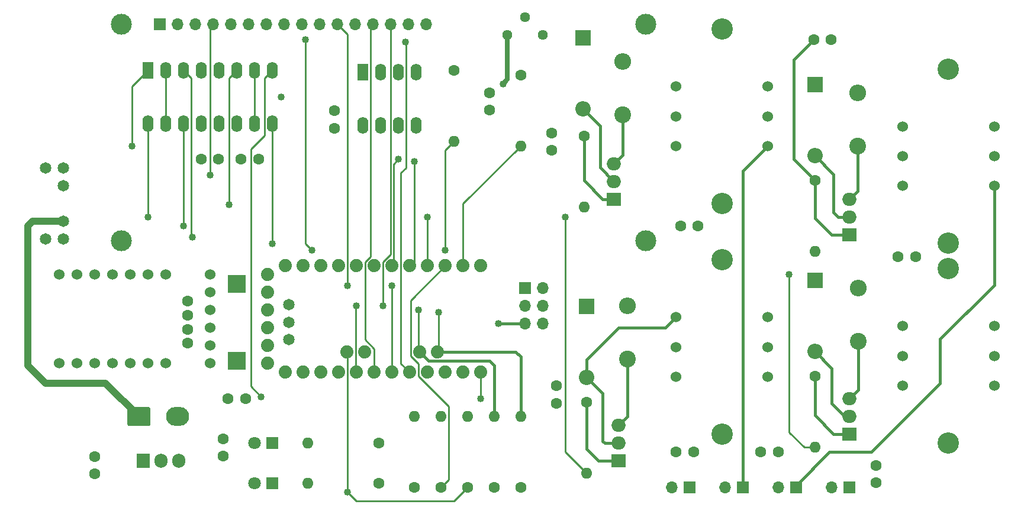
<source format=gbr>
%TF.GenerationSoftware,KiCad,Pcbnew,5.1.10-88a1d61d58~88~ubuntu18.04.1*%
%TF.CreationDate,2021-10-25T10:41:03-04:00*%
%TF.ProjectId,mctens,6d637465-6e73-42e6-9b69-6361645f7063,rev?*%
%TF.SameCoordinates,Original*%
%TF.FileFunction,Copper,L1,Top*%
%TF.FilePolarity,Positive*%
%FSLAX46Y46*%
G04 Gerber Fmt 4.6, Leading zero omitted, Abs format (unit mm)*
G04 Created by KiCad (PCBNEW 5.1.10-88a1d61d58~88~ubuntu18.04.1) date 2021-10-25 10:41:03*
%MOMM*%
%LPD*%
G01*
G04 APERTURE LIST*
%TA.AperFunction,ComponentPad*%
%ADD10C,1.524000*%
%TD*%
%TA.AperFunction,ComponentPad*%
%ADD11C,3.048000*%
%TD*%
%TA.AperFunction,ComponentPad*%
%ADD12C,3.000000*%
%TD*%
%TA.AperFunction,ComponentPad*%
%ADD13R,1.700000X1.700000*%
%TD*%
%TA.AperFunction,ComponentPad*%
%ADD14O,1.700000X1.700000*%
%TD*%
%TA.AperFunction,ComponentPad*%
%ADD15C,1.651000*%
%TD*%
%TA.AperFunction,ComponentPad*%
%ADD16R,2.500000X2.500000*%
%TD*%
%TA.AperFunction,ComponentPad*%
%ADD17C,1.650000*%
%TD*%
%TA.AperFunction,ComponentPad*%
%ADD18C,1.600000*%
%TD*%
%TA.AperFunction,ComponentPad*%
%ADD19C,1.879600*%
%TD*%
%TA.AperFunction,ComponentPad*%
%ADD20O,2.400000X2.400000*%
%TD*%
%TA.AperFunction,ComponentPad*%
%ADD21C,2.400000*%
%TD*%
%TA.AperFunction,ComponentPad*%
%ADD22O,2.200000X2.200000*%
%TD*%
%TA.AperFunction,ComponentPad*%
%ADD23R,2.200000X2.200000*%
%TD*%
%TA.AperFunction,ComponentPad*%
%ADD24R,1.800000X1.800000*%
%TD*%
%TA.AperFunction,ComponentPad*%
%ADD25C,1.800000*%
%TD*%
%TA.AperFunction,ComponentPad*%
%ADD26O,3.300000X2.700000*%
%TD*%
%TA.AperFunction,ComponentPad*%
%ADD27O,2.000000X1.905000*%
%TD*%
%TA.AperFunction,ComponentPad*%
%ADD28R,2.000000X1.905000*%
%TD*%
%TA.AperFunction,ComponentPad*%
%ADD29O,1.600000X1.600000*%
%TD*%
%TA.AperFunction,ComponentPad*%
%ADD30C,1.440000*%
%TD*%
%TA.AperFunction,ComponentPad*%
%ADD31R,1.905000X2.000000*%
%TD*%
%TA.AperFunction,ComponentPad*%
%ADD32O,1.905000X2.000000*%
%TD*%
%TA.AperFunction,ComponentPad*%
%ADD33R,1.600000X2.400000*%
%TD*%
%TA.AperFunction,ComponentPad*%
%ADD34O,1.600000X2.400000*%
%TD*%
%TA.AperFunction,ViaPad*%
%ADD35C,1.016000*%
%TD*%
%TA.AperFunction,Conductor*%
%ADD36C,0.635000*%
%TD*%
%TA.AperFunction,Conductor*%
%ADD37C,0.381000*%
%TD*%
%TA.AperFunction,Conductor*%
%ADD38C,1.016000*%
%TD*%
%TA.AperFunction,Conductor*%
%ADD39C,0.254000*%
%TD*%
G04 APERTURE END LIST*
D10*
%TO.P,T1,1*%
%TO.N,+12V*%
X158750000Y-85725000D03*
%TO.P,T1,2*%
%TO.N,N/C*%
X158750000Y-81470500D03*
%TO.P,T1,3*%
%TO.N,Net-(D1-Pad2)*%
X158750000Y-77216000D03*
%TO.P,T1,4*%
%TO.N,GND*%
X171881800Y-77216000D03*
%TO.P,T1,5*%
%TO.N,N/C*%
X171881800Y-81470500D03*
%TO.P,T1,6*%
%TO.N,Net-(J2-Pad1)*%
X171881800Y-85725000D03*
D11*
%TO.P,T1,7*%
%TO.N,GND*%
X165328600Y-93929200D03*
%TO.P,T1,8*%
X165328600Y-69011800D03*
%TD*%
D10*
%TO.P,T2,1*%
%TO.N,+12V*%
X126365000Y-84455000D03*
%TO.P,T2,2*%
%TO.N,N/C*%
X126365000Y-80200500D03*
%TO.P,T2,3*%
%TO.N,Net-(D2-Pad2)*%
X126365000Y-75946000D03*
%TO.P,T2,4*%
%TO.N,GND*%
X139496800Y-75946000D03*
%TO.P,T2,5*%
%TO.N,N/C*%
X139496800Y-80200500D03*
%TO.P,T2,6*%
%TO.N,Net-(J3-Pad1)*%
X139496800Y-84455000D03*
D11*
%TO.P,T2,7*%
%TO.N,GND*%
X132943600Y-92659200D03*
%TO.P,T2,8*%
X132943600Y-67741800D03*
%TD*%
D10*
%TO.P,T3,1*%
%TO.N,+12V*%
X158750000Y-57150000D03*
%TO.P,T3,2*%
%TO.N,N/C*%
X158750000Y-52895500D03*
%TO.P,T3,3*%
%TO.N,Net-(D3-Pad2)*%
X158750000Y-48641000D03*
%TO.P,T3,4*%
%TO.N,GND*%
X171881800Y-48641000D03*
%TO.P,T3,5*%
%TO.N,N/C*%
X171881800Y-52895500D03*
%TO.P,T3,6*%
%TO.N,Net-(J4-Pad1)*%
X171881800Y-57150000D03*
D11*
%TO.P,T3,7*%
%TO.N,GND*%
X165328600Y-65354200D03*
%TO.P,T3,8*%
X165328600Y-40436800D03*
%TD*%
D10*
%TO.P,T4,1*%
%TO.N,+12V*%
X126365000Y-51435000D03*
%TO.P,T4,2*%
%TO.N,N/C*%
X126365000Y-47180500D03*
%TO.P,T4,3*%
%TO.N,Net-(D4-Pad2)*%
X126365000Y-42926000D03*
%TO.P,T4,4*%
%TO.N,GND*%
X139496800Y-42926000D03*
%TO.P,T4,5*%
%TO.N,N/C*%
X139496800Y-47180500D03*
%TO.P,T4,6*%
%TO.N,Net-(J5-Pad1)*%
X139496800Y-51435000D03*
D11*
%TO.P,T4,7*%
%TO.N,GND*%
X132943600Y-59639200D03*
%TO.P,T4,8*%
X132943600Y-34721800D03*
%TD*%
D12*
%TO.P,J6,20*%
%TO.N,N/C*%
X122000000Y-33995000D03*
%TO.P,J6,19*%
X122000000Y-64995000D03*
%TO.P,J6,18*%
X47000000Y-64995000D03*
%TO.P,J6,17*%
X47000000Y-33995000D03*
D13*
%TO.P,J6,1*%
%TO.N,GND*%
X52500000Y-33995000D03*
D14*
%TO.P,J6,2*%
%TO.N,+3V3*%
X55040000Y-33995000D03*
%TO.P,J6,3*%
%TO.N,Net-(J6-Pad3)*%
X57580000Y-33995000D03*
%TO.P,J6,4*%
%TO.N,/LCD_RS*%
X60120000Y-33995000D03*
%TO.P,J6,5*%
%TO.N,GND*%
X62660000Y-33995000D03*
%TO.P,J6,6*%
%TO.N,/LCD_E*%
X65200000Y-33995000D03*
%TO.P,J6,7*%
%TO.N,Net-(J6-Pad7)*%
X67740000Y-33995000D03*
%TO.P,J6,8*%
%TO.N,Net-(J6-Pad8)*%
X70280000Y-33995000D03*
%TO.P,J6,9*%
%TO.N,Net-(J6-Pad9)*%
X72820000Y-33995000D03*
%TO.P,J6,10*%
%TO.N,Net-(J6-Pad10)*%
X75360000Y-33995000D03*
%TO.P,J6,11*%
%TO.N,/LCD_D4*%
X77900000Y-33995000D03*
%TO.P,J6,12*%
%TO.N,/LCD_D5*%
X80440000Y-33995000D03*
%TO.P,J6,13*%
%TO.N,/LCD_D6*%
X82980000Y-33995000D03*
%TO.P,J6,14*%
%TO.N,/LCD_D7*%
X85520000Y-33995000D03*
%TO.P,J6,15*%
%TO.N,Net-(J6-Pad15)*%
X88060000Y-33995000D03*
%TO.P,J6,16*%
%TO.N,GND*%
X90600000Y-33995000D03*
%TD*%
D15*
%TO.P,SW1,6*%
%TO.N,N/C*%
X36195000Y-54610000D03*
%TO.P,SW1,5*%
X38735000Y-54610000D03*
%TO.P,SW1,4*%
X36195000Y-64770000D03*
%TO.P,SW1,3*%
X38735000Y-64770000D03*
%TO.P,SW1,2*%
%TO.N,+12V*%
X38735000Y-57150000D03*
%TO.P,SW1,1*%
%TO.N,Net-(J1-Pad1)*%
X38735000Y-62230000D03*
%TD*%
D16*
%TO.P,SW2,Y*%
%TO.N,N/C*%
X63515000Y-71160000D03*
%TO.P,SW2,X*%
X63515000Y-82160000D03*
D17*
%TO.P,SW2,B*%
%TO.N,/KNOB_B*%
X71015000Y-74160000D03*
%TO.P,SW2,A*%
%TO.N,/KNOB_A*%
X71015000Y-79160000D03*
%TO.P,SW2,C*%
%TO.N,GND*%
X71015000Y-76660000D03*
D18*
%TO.P,SW2,4*%
%TO.N,Net-(R15-Pad2)*%
X56515000Y-79660000D03*
%TO.P,SW2,3*%
%TO.N,Net-(R17-Pad2)*%
X56515000Y-77660000D03*
%TO.P,SW2,2*%
%TO.N,Net-(R16-Pad2)*%
X56515000Y-75660000D03*
%TO.P,SW2,1*%
%TO.N,GND*%
X56515000Y-73660000D03*
%TD*%
D19*
%TO.P,U5,JP1_1*%
%TO.N,/DTR*%
X67945000Y-82550000D03*
%TO.P,U5,JP1_2*%
%TO.N,/TXO*%
X67945000Y-80010000D03*
%TO.P,U5,JP1_3*%
%TO.N,/RXI*%
X67945000Y-77470000D03*
%TO.P,U5,JP1_4*%
%TO.N,+3V3*%
X67945000Y-74930000D03*
%TO.P,U5,JP1_5*%
%TO.N,GND*%
X67945000Y-72390000D03*
%TO.P,U5,JP1_6*%
X67945000Y-69850000D03*
%TO.P,U5,JP2_1*%
%TO.N,/KNOB_SW*%
X81788000Y-80899000D03*
%TO.P,U5,JP2_2*%
%TO.N,/KNOB_R*%
X79248000Y-80899000D03*
%TO.P,U5,JP3_2*%
%TO.N,/KNOB_B*%
X89662000Y-80899000D03*
%TO.P,U5,JP3_1*%
%TO.N,/KNOB_A*%
X92202000Y-80899000D03*
%TO.P,U5,JP6_1*%
%TO.N,Net-(U5-PadJP6_1)*%
X70485000Y-83820000D03*
%TO.P,U5,JP6_2*%
%TO.N,GND*%
X73025000Y-83820000D03*
%TO.P,U5,JP6_3*%
%TO.N,Net-(J7-Pad5)*%
X75565000Y-83820000D03*
%TO.P,U5,JP6_4*%
%TO.N,Net-(U5-PadJP6_4)*%
X78105000Y-83820000D03*
%TO.P,U5,JP6_5*%
%TO.N,/LCD_D7*%
X80645000Y-83820000D03*
%TO.P,U5,JP6_6*%
%TO.N,/LCD_D6*%
X83185000Y-83820000D03*
%TO.P,U5,JP6_7*%
%TO.N,/LCD_D4*%
X85725000Y-83820000D03*
%TO.P,U5,JP6_8*%
%TO.N,/LCD_D5*%
X88265000Y-83820000D03*
%TO.P,U5,JP6_9*%
%TO.N,Net-(J7-Pad3)*%
X90805000Y-83820000D03*
%TO.P,U5,JP6_10*%
%TO.N,Net-(J7-Pad1)*%
X93345000Y-83820000D03*
%TO.P,U5,JP6_11*%
%TO.N,Net-(J7-Pad4)*%
X95885000Y-83820000D03*
%TO.P,U5,JP6_12*%
%TO.N,/DRV4*%
X98425000Y-83820000D03*
%TO.P,U5,JP7_1*%
%TO.N,Net-(U4-Pad9)*%
X98425000Y-68580000D03*
%TO.P,U5,JP7_2*%
%TO.N,/LCD_LIGHT*%
X95885000Y-68580000D03*
%TO.P,U5,JP7_3*%
%TO.N,/KNOB_G*%
X93345000Y-68580000D03*
%TO.P,U5,JP7_4*%
%TO.N,Net-(U4-Pad16)*%
X90805000Y-68580000D03*
%TO.P,U5,JP7_5*%
%TO.N,Net-(U4-Pad1)*%
X88265000Y-68580000D03*
%TO.P,U5,JP7_6*%
%TO.N,/LCD_RS*%
X85725000Y-68580000D03*
%TO.P,U5,JP7_7*%
%TO.N,Net-(R1-Pad2)*%
X83185000Y-68580000D03*
%TO.P,U5,JP7_8*%
%TO.N,/LCD_E*%
X80645000Y-68580000D03*
%TO.P,U5,JP7_9*%
%TO.N,GND*%
X78105000Y-68580000D03*
%TO.P,U5,JP7_10*%
%TO.N,Net-(U5-PadJP7_10)*%
X75565000Y-68580000D03*
%TO.P,U5,JP7_11*%
%TO.N,Net-(U5-PadJP7_11)*%
X73025000Y-68580000D03*
%TO.P,U5,JP7_12*%
%TO.N,Net-(U5-PadJP7_12)*%
X70485000Y-68580000D03*
%TD*%
D20*
%TO.P,R4,2*%
%TO.N,GND*%
X152400000Y-71755000D03*
D21*
%TO.P,R4,1*%
%TO.N,Net-(Q1-Pad3)*%
X152400000Y-79375000D03*
%TD*%
D20*
%TO.P,R5,2*%
%TO.N,GND*%
X119380000Y-74295000D03*
D21*
%TO.P,R5,1*%
%TO.N,Net-(Q2-Pad3)*%
X119380000Y-81915000D03*
%TD*%
D20*
%TO.P,R8,2*%
%TO.N,GND*%
X152309000Y-43815000D03*
D21*
%TO.P,R8,1*%
%TO.N,Net-(Q3-Pad3)*%
X152309000Y-51435000D03*
%TD*%
D20*
%TO.P,R9,2*%
%TO.N,GND*%
X118745000Y-39370000D03*
D21*
%TO.P,R9,1*%
%TO.N,Net-(Q4-Pad3)*%
X118745000Y-46990000D03*
%TD*%
D18*
%TO.P,C1,1*%
%TO.N,+12V*%
X43180000Y-95885000D03*
%TO.P,C1,2*%
%TO.N,GND*%
X43180000Y-98385000D03*
%TD*%
%TO.P,C2,1*%
%TO.N,+3V3*%
X64770000Y-87630000D03*
%TO.P,C2,2*%
%TO.N,GND*%
X62270000Y-87630000D03*
%TD*%
%TO.P,C3,2*%
%TO.N,GND*%
X99695000Y-46315000D03*
%TO.P,C3,1*%
%TO.N,Net-(C3-Pad1)*%
X99695000Y-43815000D03*
%TD*%
%TO.P,C4,1*%
%TO.N,+12V*%
X77470000Y-48895000D03*
%TO.P,C4,2*%
%TO.N,GND*%
X77470000Y-46395000D03*
%TD*%
%TO.P,C5,2*%
%TO.N,GND*%
X60920000Y-53340000D03*
%TO.P,C5,1*%
%TO.N,+12V*%
X58420000Y-53340000D03*
%TD*%
%TO.P,C6,1*%
%TO.N,+3V3*%
X64135000Y-53340000D03*
%TO.P,C6,2*%
%TO.N,GND*%
X66635000Y-53340000D03*
%TD*%
%TO.P,C7,2*%
%TO.N,GND*%
X138470000Y-95250000D03*
%TO.P,C7,1*%
%TO.N,Net-(C7-Pad1)*%
X140970000Y-95250000D03*
%TD*%
%TO.P,C8,2*%
%TO.N,GND*%
X109220000Y-85765000D03*
%TO.P,C8,1*%
%TO.N,Net-(C8-Pad1)*%
X109220000Y-88265000D03*
%TD*%
%TO.P,C9,1*%
%TO.N,Net-(C9-Pad1)*%
X146050000Y-36195000D03*
%TO.P,C9,2*%
%TO.N,GND*%
X148550000Y-36195000D03*
%TD*%
%TO.P,C10,1*%
%TO.N,Net-(C10-Pad1)*%
X108585000Y-52070000D03*
%TO.P,C10,2*%
%TO.N,GND*%
X108585000Y-49570000D03*
%TD*%
%TO.P,C11,2*%
%TO.N,GND*%
X61595000Y-95845000D03*
%TO.P,C11,1*%
%TO.N,+3V3*%
X61595000Y-93345000D03*
%TD*%
D22*
%TO.P,D1,2*%
%TO.N,Net-(D1-Pad2)*%
X146213000Y-80867000D03*
D23*
%TO.P,D1,1*%
%TO.N,+12V*%
X146213000Y-70707000D03*
%TD*%
%TO.P,D2,1*%
%TO.N,+12V*%
X113574000Y-74390000D03*
D22*
%TO.P,D2,2*%
%TO.N,Net-(D2-Pad2)*%
X113574000Y-84550000D03*
%TD*%
%TO.P,D3,2*%
%TO.N,Net-(D3-Pad2)*%
X146213000Y-52800000D03*
D23*
%TO.P,D3,1*%
%TO.N,+12V*%
X146213000Y-42640000D03*
%TD*%
%TO.P,D4,1*%
%TO.N,+12V*%
X113030000Y-35970000D03*
D22*
%TO.P,D4,2*%
%TO.N,Net-(D4-Pad2)*%
X113030000Y-46130000D03*
%TD*%
D24*
%TO.P,D5,1*%
%TO.N,Net-(D5-Pad1)*%
X68580000Y-99695000D03*
D25*
%TO.P,D5,2*%
%TO.N,+12V*%
X66040000Y-99695000D03*
%TD*%
%TO.P,D6,2*%
%TO.N,+3V3*%
X66040000Y-93980000D03*
D24*
%TO.P,D6,1*%
%TO.N,Net-(D6-Pad1)*%
X68580000Y-93980000D03*
%TD*%
%TO.P,J1,1*%
%TO.N,Net-(J1-Pad1)*%
%TA.AperFunction,ComponentPad*%
G36*
G01*
X48130001Y-88820000D02*
X50929999Y-88820000D01*
G75*
G02*
X51180000Y-89070001I0J-250001D01*
G01*
X51180000Y-91269999D01*
G75*
G02*
X50929999Y-91520000I-250001J0D01*
G01*
X48130001Y-91520000D01*
G75*
G02*
X47880000Y-91269999I0J250001D01*
G01*
X47880000Y-89070001D01*
G75*
G02*
X48130001Y-88820000I250001J0D01*
G01*
G37*
%TD.AperFunction*%
D26*
%TO.P,J1,2*%
%TO.N,GND*%
X55030000Y-90170000D03*
%TD*%
D13*
%TO.P,J2,1*%
%TO.N,Net-(J2-Pad1)*%
X151130000Y-100330000D03*
D14*
%TO.P,J2,2*%
%TO.N,GND*%
X148590000Y-100330000D03*
%TD*%
D13*
%TO.P,J3,1*%
%TO.N,Net-(J3-Pad1)*%
X128270000Y-100330000D03*
D14*
%TO.P,J3,2*%
%TO.N,GND*%
X125730000Y-100330000D03*
%TD*%
%TO.P,J4,2*%
%TO.N,GND*%
X140970000Y-100330000D03*
D13*
%TO.P,J4,1*%
%TO.N,Net-(J4-Pad1)*%
X143510000Y-100330000D03*
%TD*%
D14*
%TO.P,J5,2*%
%TO.N,GND*%
X133350000Y-100330000D03*
D13*
%TO.P,J5,1*%
%TO.N,Net-(J5-Pad1)*%
X135890000Y-100330000D03*
%TD*%
D27*
%TO.P,Q1,3*%
%TO.N,Net-(Q1-Pad3)*%
X151130000Y-87630000D03*
%TO.P,Q1,2*%
%TO.N,Net-(D1-Pad2)*%
X151130000Y-90170000D03*
D28*
%TO.P,Q1,1*%
%TO.N,Net-(C7-Pad1)*%
X151130000Y-92710000D03*
%TD*%
%TO.P,Q2,1*%
%TO.N,Net-(C8-Pad1)*%
X118110000Y-96520000D03*
D27*
%TO.P,Q2,2*%
%TO.N,Net-(D2-Pad2)*%
X118110000Y-93980000D03*
%TO.P,Q2,3*%
%TO.N,Net-(Q2-Pad3)*%
X118110000Y-91440000D03*
%TD*%
%TO.P,Q3,3*%
%TO.N,Net-(Q3-Pad3)*%
X151130000Y-59055000D03*
%TO.P,Q3,2*%
%TO.N,Net-(D3-Pad2)*%
X151130000Y-61595000D03*
D28*
%TO.P,Q3,1*%
%TO.N,Net-(C9-Pad1)*%
X151130000Y-64135000D03*
%TD*%
%TO.P,Q4,1*%
%TO.N,Net-(C10-Pad1)*%
X117475000Y-59055000D03*
D27*
%TO.P,Q4,2*%
%TO.N,Net-(D4-Pad2)*%
X117475000Y-56515000D03*
%TO.P,Q4,3*%
%TO.N,Net-(Q4-Pad3)*%
X117475000Y-53975000D03*
%TD*%
D18*
%TO.P,R1,1*%
%TO.N,Net-(C3-Pad1)*%
X94615000Y-40640000D03*
D29*
%TO.P,R1,2*%
%TO.N,Net-(R1-Pad2)*%
X94615000Y-50800000D03*
%TD*%
D18*
%TO.P,R2,1*%
%TO.N,Net-(C7-Pad1)*%
X146213000Y-84423000D03*
D29*
%TO.P,R2,2*%
%TO.N,Net-(R2-Pad2)*%
X146213000Y-94583000D03*
%TD*%
%TO.P,R3,2*%
%TO.N,Net-(R3-Pad2)*%
X113574000Y-98266000D03*
D18*
%TO.P,R3,1*%
%TO.N,Net-(C8-Pad1)*%
X113574000Y-88106000D03*
%TD*%
%TO.P,R6,1*%
%TO.N,Net-(C9-Pad1)*%
X146213000Y-56356000D03*
D29*
%TO.P,R6,2*%
%TO.N,Net-(R6-Pad2)*%
X146213000Y-66516000D03*
%TD*%
D18*
%TO.P,R7,1*%
%TO.N,Net-(C10-Pad1)*%
X113230000Y-49970000D03*
D29*
%TO.P,R7,2*%
%TO.N,Net-(R7-Pad2)*%
X113230000Y-60130000D03*
%TD*%
%TO.P,R10,2*%
%TO.N,Net-(D5-Pad1)*%
X73660000Y-99695000D03*
D18*
%TO.P,R10,1*%
%TO.N,GND*%
X83820000Y-99695000D03*
%TD*%
%TO.P,R11,1*%
%TO.N,GND*%
X83820000Y-93980000D03*
D29*
%TO.P,R11,2*%
%TO.N,Net-(D6-Pad1)*%
X73660000Y-93980000D03*
%TD*%
%TO.P,R12,2*%
%TO.N,/LCD_LIGHT*%
X104140000Y-51435000D03*
D18*
%TO.P,R12,1*%
%TO.N,Net-(J6-Pad15)*%
X104140000Y-41275000D03*
%TD*%
D29*
%TO.P,R13,2*%
%TO.N,/KNOB_A*%
X104140000Y-90170000D03*
D18*
%TO.P,R13,1*%
%TO.N,+3V3*%
X104140000Y-100330000D03*
%TD*%
D29*
%TO.P,R14,2*%
%TO.N,/KNOB_B*%
X100330000Y-90170000D03*
D18*
%TO.P,R14,1*%
%TO.N,+3V3*%
X100330000Y-100330000D03*
%TD*%
%TO.P,R15,1*%
%TO.N,+3V3*%
X88900000Y-100330000D03*
D29*
%TO.P,R15,2*%
%TO.N,Net-(R15-Pad2)*%
X88900000Y-90170000D03*
%TD*%
%TO.P,R16,2*%
%TO.N,Net-(R16-Pad2)*%
X96520000Y-90170000D03*
D18*
%TO.P,R16,1*%
%TO.N,/KNOB_R*%
X96520000Y-100330000D03*
%TD*%
%TO.P,R17,1*%
%TO.N,/KNOB_G*%
X92710000Y-100330000D03*
D29*
%TO.P,R17,2*%
%TO.N,Net-(R17-Pad2)*%
X92710000Y-90170000D03*
%TD*%
D30*
%TO.P,RV1,1*%
%TO.N,+3V3*%
X102235000Y-35560000D03*
%TO.P,RV1,2*%
%TO.N,Net-(J6-Pad3)*%
X104775000Y-33020000D03*
%TO.P,RV1,3*%
%TO.N,GND*%
X107315000Y-35560000D03*
%TD*%
D31*
%TO.P,U2,1*%
%TO.N,+12V*%
X50165000Y-96520000D03*
D32*
%TO.P,U2,2*%
%TO.N,GND*%
X52705000Y-96520000D03*
%TO.P,U2,3*%
%TO.N,+3V3*%
X55245000Y-96520000D03*
%TD*%
D33*
%TO.P,U4,1*%
%TO.N,Net-(U4-Pad1)*%
X50800000Y-40640000D03*
D34*
%TO.P,U4,9*%
%TO.N,Net-(U4-Pad9)*%
X68580000Y-48260000D03*
%TO.P,U4,2*%
%TO.N,Net-(U3-Pad1)*%
X53340000Y-40640000D03*
%TO.P,U4,10*%
X66040000Y-48260000D03*
%TO.P,U4,3*%
%TO.N,Net-(R2-Pad2)*%
X55880000Y-40640000D03*
%TO.P,U4,11*%
%TO.N,Net-(R7-Pad2)*%
X63500000Y-48260000D03*
%TO.P,U4,4*%
%TO.N,GND*%
X58420000Y-40640000D03*
%TO.P,U4,12*%
%TO.N,+3V3*%
X60960000Y-48260000D03*
%TO.P,U4,5*%
%TO.N,GND*%
X60960000Y-40640000D03*
%TO.P,U4,13*%
%TO.N,+12V*%
X58420000Y-48260000D03*
%TO.P,U4,6*%
%TO.N,Net-(R3-Pad2)*%
X63500000Y-40640000D03*
%TO.P,U4,14*%
%TO.N,Net-(R6-Pad2)*%
X55880000Y-48260000D03*
%TO.P,U4,7*%
%TO.N,Net-(U3-Pad1)*%
X66040000Y-40640000D03*
%TO.P,U4,15*%
X53340000Y-48260000D03*
%TO.P,U4,8*%
%TO.N,/DRV4*%
X68580000Y-40640000D03*
%TO.P,U4,16*%
%TO.N,Net-(U4-Pad16)*%
X50800000Y-48260000D03*
%TD*%
D33*
%TO.P,U3,1*%
%TO.N,Net-(U3-Pad1)*%
X81530000Y-40891000D03*
D34*
%TO.P,U3,5*%
%TO.N,GND*%
X89150000Y-48511000D03*
%TO.P,U3,2*%
%TO.N,Net-(U3-Pad1)*%
X84070000Y-40891000D03*
%TO.P,U3,6*%
%TO.N,Net-(U3-Pad6)*%
X86610000Y-48511000D03*
%TO.P,U3,3*%
%TO.N,Net-(C3-Pad1)*%
X86610000Y-40891000D03*
%TO.P,U3,7*%
%TO.N,Net-(U3-Pad6)*%
X84070000Y-48511000D03*
%TO.P,U3,4*%
%TO.N,GND*%
X89150000Y-40891000D03*
%TO.P,U3,8*%
%TO.N,+12V*%
X81530000Y-48511000D03*
%TD*%
D10*
%TO.P,U1,C1*%
%TO.N,GND*%
X59690000Y-69850000D03*
%TO.P,U1,C2*%
X59690000Y-72390000D03*
%TO.P,U1,C3*%
%TO.N,Net-(U1-PadC3)*%
X59690000Y-74930000D03*
%TO.P,U1,C4*%
%TO.N,/RXI*%
X59690000Y-77470000D03*
%TO.P,U1,C5*%
%TO.N,/TXO*%
X59690000Y-80010000D03*
%TO.P,U1,C6*%
%TO.N,/DTR*%
X59690000Y-82550000D03*
%TO.P,U1,A1*%
%TO.N,Net-(U1-PadA1)*%
X53340000Y-82550000D03*
%TO.P,U1,A2*%
%TO.N,Net-(U1-PadA2)*%
X50800000Y-82550000D03*
%TO.P,U1,A3*%
%TO.N,Net-(U1-PadA3)*%
X48260000Y-82550000D03*
%TO.P,U1,A4*%
%TO.N,Net-(U1-PadA4)*%
X45720000Y-82550000D03*
%TO.P,U1,A5*%
%TO.N,Net-(U1-PadA5)*%
X43180000Y-82550000D03*
%TO.P,U1,A6*%
%TO.N,Net-(U1-PadA6)*%
X40640000Y-82550000D03*
%TO.P,U1,A7*%
%TO.N,GND*%
X38100000Y-82550000D03*
%TO.P,U1,B1*%
%TO.N,Net-(U1-PadB1)*%
X53340000Y-69850000D03*
%TO.P,U1,B2*%
%TO.N,Net-(U1-PadB2)*%
X50800000Y-69850000D03*
%TO.P,U1,B3*%
%TO.N,Net-(U1-PadB3)*%
X48260000Y-69850000D03*
%TO.P,U1,B4*%
%TO.N,Net-(U1-PadB4)*%
X45720000Y-69850000D03*
%TO.P,U1,B5*%
%TO.N,Net-(U1-PadB5)*%
X43180000Y-69850000D03*
%TO.P,U1,B6*%
%TO.N,Net-(U1-PadB6)*%
X40640000Y-69850000D03*
%TO.P,U1,B7*%
%TO.N,Net-(U1-PadB7)*%
X38100000Y-69850000D03*
%TD*%
D13*
%TO.P,J7,1*%
%TO.N,Net-(J7-Pad1)*%
X104775000Y-71755000D03*
D14*
%TO.P,J7,2*%
%TO.N,+3V3*%
X107315000Y-71755000D03*
%TO.P,J7,3*%
%TO.N,Net-(J7-Pad3)*%
X104775000Y-74295000D03*
%TO.P,J7,4*%
%TO.N,Net-(J7-Pad4)*%
X107315000Y-74295000D03*
%TO.P,J7,5*%
%TO.N,Net-(J7-Pad5)*%
X104775000Y-76835000D03*
%TO.P,J7,6*%
%TO.N,GND*%
X107315000Y-76835000D03*
%TD*%
D18*
%TO.P,C12,2*%
%TO.N,GND*%
X129500000Y-62865000D03*
%TO.P,C12,1*%
%TO.N,+12V*%
X127000000Y-62865000D03*
%TD*%
%TO.P,C13,1*%
%TO.N,+12V*%
X126365000Y-95250000D03*
%TO.P,C13,2*%
%TO.N,GND*%
X128865000Y-95250000D03*
%TD*%
%TO.P,C14,1*%
%TO.N,+12V*%
X158115000Y-67310000D03*
%TO.P,C14,2*%
%TO.N,GND*%
X160615000Y-67310000D03*
%TD*%
%TO.P,C15,2*%
%TO.N,GND*%
X154940000Y-99655000D03*
%TO.P,C15,1*%
%TO.N,+12V*%
X154940000Y-97155000D03*
%TD*%
D35*
%TO.N,+3V3*%
X101600000Y-42545000D03*
X69850000Y-44450000D03*
%TO.N,/LCD_RS*%
X86677500Y-53340000D03*
X59690000Y-55562500D03*
%TO.N,/LCD_E*%
X73342500Y-36195000D03*
X74295000Y-66357500D03*
%TO.N,/LCD_D4*%
X79349601Y-71412101D03*
X85699601Y-71412101D03*
%TO.N,/LCD_D5*%
X87630000Y-36512500D03*
%TO.N,/LCD_D7*%
X84455000Y-74295000D03*
X80645000Y-74295000D03*
%TO.N,Net-(R1-Pad2)*%
X93345000Y-66357500D03*
%TO.N,Net-(R2-Pad2)*%
X57150000Y-64452500D03*
X142557500Y-69850000D03*
%TO.N,Net-(R3-Pad2)*%
X62395190Y-59855190D03*
X110490000Y-61595000D03*
%TO.N,Net-(R6-Pad2)*%
X55880000Y-62865000D03*
%TO.N,/KNOB_A*%
X92392500Y-75247500D03*
%TO.N,/KNOB_B*%
X89535000Y-74930000D03*
%TO.N,/KNOB_R*%
X79349601Y-100939601D03*
%TO.N,Net-(U4-Pad1)*%
X48577500Y-51435000D03*
X88900000Y-53657500D03*
%TO.N,Net-(U4-Pad9)*%
X68580000Y-65405000D03*
%TO.N,/DRV4*%
X98425000Y-87630000D03*
X66992500Y-87312500D03*
%TO.N,Net-(U4-Pad16)*%
X50800000Y-61595000D03*
X90805000Y-61595000D03*
%TO.N,Net-(J7-Pad5)*%
X100965000Y-76835000D03*
%TD*%
D36*
%TO.N,+3V3*%
X102235000Y-35560000D02*
X102235000Y-41910000D01*
X102235000Y-41910000D02*
X101600000Y-42545000D01*
D37*
%TO.N,Net-(C7-Pad1)*%
X146213000Y-84423000D02*
X146213000Y-90015500D01*
X148907500Y-92710000D02*
X151130000Y-92710000D01*
X146213000Y-90015500D02*
X148907500Y-92710000D01*
X146204500Y-90015500D02*
X146213000Y-90015500D01*
%TO.N,Net-(C8-Pad1)*%
X113574000Y-88106000D02*
X113574000Y-94841500D01*
X115252500Y-96520000D02*
X118110000Y-96520000D01*
X113574000Y-94841500D02*
X115252500Y-96520000D01*
%TO.N,Net-(C9-Pad1)*%
X146213000Y-56356000D02*
X143192500Y-53335500D01*
X143192500Y-53335500D02*
X143192500Y-39052500D01*
X143192500Y-39052500D02*
X145732500Y-36512500D01*
X145732500Y-36512500D02*
X146050000Y-36195000D01*
X146213000Y-56356000D02*
X146213000Y-61758000D01*
X148590000Y-64135000D02*
X151130000Y-64135000D01*
X146213000Y-61758000D02*
X148590000Y-64135000D01*
%TO.N,Net-(C10-Pad1)*%
X113230000Y-49970000D02*
X113230000Y-56397500D01*
X115887500Y-59055000D02*
X117475000Y-59055000D01*
X113230000Y-56397500D02*
X115887500Y-59055000D01*
%TO.N,Net-(D1-Pad2)*%
X146213000Y-80867000D02*
X148590000Y-83244000D01*
X148590000Y-83244000D02*
X148590000Y-88265000D01*
X150495000Y-90170000D02*
X151130000Y-90170000D01*
X148590000Y-88265000D02*
X150495000Y-90170000D01*
%TO.N,Net-(D2-Pad2)*%
X115887500Y-86863500D02*
X113574000Y-84550000D01*
X115887500Y-93662500D02*
X115887500Y-86863500D01*
X116205000Y-93980000D02*
X115887500Y-93662500D01*
X118110000Y-93980000D02*
X116205000Y-93980000D01*
X113574000Y-84550000D02*
X113574000Y-82006000D01*
X113574000Y-82006000D02*
X118110000Y-77470000D01*
X124841000Y-77470000D02*
X126365000Y-75946000D01*
X118110000Y-77470000D02*
X124841000Y-77470000D01*
%TO.N,Net-(D3-Pad2)*%
X149542500Y-61595000D02*
X151130000Y-61595000D01*
X148907500Y-60960000D02*
X149542500Y-61595000D01*
X148907500Y-55494500D02*
X148907500Y-60960000D01*
X146213000Y-52800000D02*
X148907500Y-55494500D01*
%TO.N,Net-(D4-Pad2)*%
X113030000Y-46130000D02*
X115477500Y-48577500D01*
X115477500Y-54517500D02*
X117475000Y-56515000D01*
X115477500Y-48577500D02*
X115477500Y-54517500D01*
D38*
%TO.N,Net-(J1-Pad1)*%
X38735000Y-62230000D02*
X34290000Y-62230000D01*
X34290000Y-62230000D02*
X33655000Y-62865000D01*
X33655000Y-62865000D02*
X33655000Y-82867500D01*
X33655000Y-82867500D02*
X36195000Y-85407500D01*
X44767500Y-85407500D02*
X49530000Y-90170000D01*
X36195000Y-85407500D02*
X44767500Y-85407500D01*
D37*
%TO.N,Net-(J4-Pad1)*%
X171881800Y-57150000D02*
X171881800Y-71323200D01*
X171881800Y-71323200D02*
X164147500Y-79057500D01*
X164147500Y-79057500D02*
X164147500Y-85407500D01*
X164147500Y-85407500D02*
X154305000Y-95250000D01*
X154305000Y-95250000D02*
X148272500Y-95250000D01*
X143510000Y-100012500D02*
X143510000Y-100330000D01*
X148272500Y-95250000D02*
X143510000Y-100012500D01*
%TO.N,Net-(J5-Pad1)*%
X135890000Y-55041800D02*
X139496800Y-51435000D01*
X135890000Y-100330000D02*
X135890000Y-55041800D01*
D39*
%TO.N,/LCD_RS*%
X85937000Y-68368000D02*
X85937000Y-54080500D01*
X85725000Y-68580000D02*
X85937000Y-68368000D01*
X85937000Y-54080500D02*
X86677500Y-53340000D01*
X59690000Y-34425000D02*
X60120000Y-33995000D01*
X59690000Y-55562500D02*
X59690000Y-34425000D01*
%TO.N,/LCD_E*%
X73342500Y-36195000D02*
X73342500Y-65405000D01*
X73342500Y-65405000D02*
X74295000Y-66357500D01*
%TO.N,/LCD_D4*%
X79349601Y-35444601D02*
X79349601Y-71412101D01*
X77900000Y-33995000D02*
X79349601Y-35444601D01*
X85699601Y-83794601D02*
X85725000Y-83820000D01*
X85699601Y-71412101D02*
X85699601Y-83794601D01*
%TO.N,/LCD_D5*%
X87020399Y-82575399D02*
X87020399Y-55270399D01*
X88265000Y-83820000D02*
X87020399Y-82575399D01*
X87714810Y-54575988D02*
X87714810Y-36745190D01*
X87020399Y-55270399D02*
X87714810Y-54575988D01*
X87630000Y-36660380D02*
X87630000Y-36512500D01*
X87714810Y-36745190D02*
X87630000Y-36660380D01*
%TO.N,/LCD_D6*%
X83185000Y-80453990D02*
X83185000Y-83820000D01*
X81889601Y-79158591D02*
X83185000Y-80453990D01*
X81889601Y-68033389D02*
X81889601Y-79158591D01*
X82634801Y-67288189D02*
X81889601Y-68033389D01*
X82634801Y-34340199D02*
X82634801Y-67288189D01*
X82980000Y-33995000D02*
X82634801Y-34340199D01*
%TO.N,/LCD_D7*%
X85505190Y-66957800D02*
X84455000Y-68007990D01*
X85505190Y-34009810D02*
X85505190Y-66957800D01*
X85520000Y-33995000D02*
X85505190Y-34009810D01*
X84455000Y-68007990D02*
X84455000Y-74295000D01*
X80543399Y-83718399D02*
X80645000Y-83820000D01*
X80543399Y-74396601D02*
X80543399Y-83718399D01*
X80645000Y-74295000D02*
X80543399Y-74396601D01*
D37*
%TO.N,Net-(Q1-Pad3)*%
X152400000Y-86360000D02*
X151130000Y-87630000D01*
X152400000Y-79375000D02*
X152400000Y-86360000D01*
%TO.N,Net-(Q2-Pad3)*%
X119380000Y-90170000D02*
X118110000Y-91440000D01*
X119380000Y-81915000D02*
X119380000Y-90170000D01*
%TO.N,Net-(Q3-Pad3)*%
X152309000Y-57876000D02*
X151130000Y-59055000D01*
X152309000Y-51435000D02*
X152309000Y-57876000D01*
%TO.N,Net-(Q4-Pad3)*%
X118745000Y-52705000D02*
X117475000Y-53975000D01*
X118745000Y-46990000D02*
X118745000Y-52705000D01*
D39*
%TO.N,Net-(R1-Pad2)*%
X93345000Y-52070000D02*
X94615000Y-50800000D01*
X93345000Y-66357500D02*
X93345000Y-52070000D01*
%TO.N,Net-(R2-Pad2)*%
X56984810Y-41744810D02*
X56984810Y-64287310D01*
X55880000Y-40640000D02*
X56984810Y-41744810D01*
X56984810Y-64287310D02*
X57150000Y-64452500D01*
X144748000Y-94583000D02*
X146213000Y-94583000D01*
X142557500Y-92392500D02*
X144748000Y-94583000D01*
X142557500Y-69850000D02*
X142557500Y-92392500D01*
%TO.N,Net-(R3-Pad2)*%
X62395190Y-41744810D02*
X62395190Y-59855190D01*
X63500000Y-40640000D02*
X62395190Y-41744810D01*
X110490000Y-95182000D02*
X113574000Y-98266000D01*
X110490000Y-61595000D02*
X110490000Y-95182000D01*
%TO.N,Net-(R6-Pad2)*%
X55880000Y-48260000D02*
X55880000Y-62865000D01*
%TO.N,/LCD_LIGHT*%
X95885000Y-59690000D02*
X95885000Y-68580000D01*
X104140000Y-51435000D02*
X95885000Y-59690000D01*
D37*
%TO.N,/KNOB_A*%
X92202000Y-80899000D02*
X103441500Y-80899000D01*
X104140000Y-81597500D02*
X104140000Y-90170000D01*
X103441500Y-80899000D02*
X104140000Y-81597500D01*
D39*
X92392500Y-80708500D02*
X92202000Y-80899000D01*
X92392500Y-75247500D02*
X92392500Y-80708500D01*
D37*
%TO.N,/KNOB_B*%
X90970101Y-82207101D02*
X99669601Y-82207101D01*
X89662000Y-80899000D02*
X90970101Y-82207101D01*
X100330000Y-82867500D02*
X100330000Y-90170000D01*
X99669601Y-82207101D02*
X100330000Y-82867500D01*
D39*
X89535000Y-80772000D02*
X89662000Y-80899000D01*
X89535000Y-74930000D02*
X89535000Y-80772000D01*
%TO.N,/KNOB_R*%
X79349601Y-81000601D02*
X79349601Y-100939601D01*
X79248000Y-80899000D02*
X79349601Y-81000601D01*
X79349601Y-100939601D02*
X80645000Y-102235000D01*
X94615000Y-102235000D02*
X96520000Y-100330000D01*
X80645000Y-102235000D02*
X94615000Y-102235000D01*
%TO.N,/KNOB_G*%
X88417399Y-73507601D02*
X93345000Y-68580000D01*
X88417399Y-81496409D02*
X88417399Y-73507601D01*
X89509601Y-82588611D02*
X88417399Y-81496409D01*
X89509601Y-84417409D02*
X89509601Y-82588611D01*
X93814801Y-88722609D02*
X89509601Y-84417409D01*
X93814801Y-99225199D02*
X93814801Y-88722609D01*
X92710000Y-100330000D02*
X93814801Y-99225199D01*
%TO.N,Net-(U3-Pad1)*%
X66040000Y-48260000D02*
X66040000Y-40640000D01*
X53340000Y-40640000D02*
X53340000Y-48260000D01*
%TO.N,Net-(U4-Pad1)*%
X50800000Y-40640000D02*
X48577500Y-42862500D01*
X48577500Y-42862500D02*
X48577500Y-51435000D01*
X88900000Y-67945000D02*
X88265000Y-68580000D01*
X88900000Y-53657500D02*
X88900000Y-67945000D01*
%TO.N,Net-(U4-Pad9)*%
X68580000Y-48260000D02*
X68580000Y-65405000D01*
%TO.N,/DRV4*%
X98425000Y-83820000D02*
X98425000Y-87630000D01*
X67475190Y-49932708D02*
X67475190Y-41744810D01*
X65530199Y-51877699D02*
X67475190Y-49932708D01*
X65530199Y-85850199D02*
X65530199Y-51877699D01*
X67475190Y-41744810D02*
X68580000Y-40640000D01*
X66992500Y-87312500D02*
X65530199Y-85850199D01*
%TO.N,Net-(U4-Pad16)*%
X50800000Y-48260000D02*
X50800000Y-61595000D01*
X90805000Y-61595000D02*
X90805000Y-68580000D01*
D37*
%TO.N,Net-(J7-Pad5)*%
X100965000Y-76835000D02*
X104775000Y-76835000D01*
%TD*%
M02*

</source>
